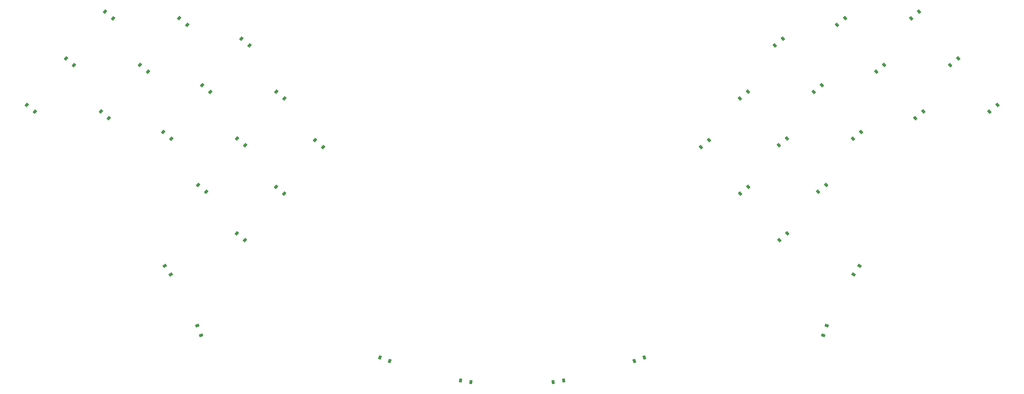
<source format=gbr>
%TF.GenerationSoftware,KiCad,Pcbnew,8.0.1*%
%TF.CreationDate,2024-05-19T15:34:10+09:00*%
%TF.ProjectId,pcb_plate,7063625f-706c-4617-9465-2e6b69636164,v1.0.0*%
%TF.SameCoordinates,Original*%
%TF.FileFunction,Paste,Bot*%
%TF.FilePolarity,Positive*%
%FSLAX46Y46*%
G04 Gerber Fmt 4.6, Leading zero omitted, Abs format (unit mm)*
G04 Created by KiCad (PCBNEW 8.0.1) date 2024-05-19 15:34:10*
%MOMM*%
%LPD*%
G01*
G04 APERTURE LIST*
G04 Aperture macros list*
%AMRotRect*
0 Rectangle, with rotation*
0 The origin of the aperture is its center*
0 $1 length*
0 $2 width*
0 $3 Rotation angle, in degrees counterclockwise*
0 Add horizontal line*
21,1,$1,$2,0,0,$3*%
G04 Aperture macros list end*
%ADD10RotRect,0.900000X1.200000X40.000000*%
%ADD11RotRect,0.900000X1.200000X320.000000*%
%ADD12RotRect,0.900000X1.200000X20.000000*%
%ADD13RotRect,0.900000X1.200000X305.000000*%
%ADD14RotRect,0.900000X1.200000X55.000000*%
%ADD15RotRect,0.900000X1.200000X350.000000*%
%ADD16RotRect,0.900000X1.200000X290.000000*%
%ADD17RotRect,0.900000X1.200000X10.000000*%
%ADD18RotRect,0.900000X1.200000X340.000000*%
%ADD19RotRect,0.900000X1.200000X70.000000*%
G04 APERTURE END LIST*
D10*
%TO.C,D32*%
X266256255Y-205831048D03*
X268784199Y-203709846D03*
%TD*%
D11*
%TO.C,D4*%
X53993038Y-165515218D03*
X56520986Y-167636422D03*
%TD*%
D10*
%TO.C,D25*%
X284320980Y-138450129D03*
X286848924Y-136328927D03*
%TD*%
D12*
%TO.C,D37*%
X220925692Y-243691725D03*
X224026676Y-242563061D03*
%TD*%
D11*
%TO.C,D2*%
X43073420Y-148892170D03*
X45601368Y-151013374D03*
%TD*%
D10*
%TO.C,D33*%
X254011157Y-191237905D03*
X256539101Y-189116703D03*
%TD*%
D11*
%TO.C,D15*%
X121038173Y-174523551D03*
X123566121Y-176644755D03*
%TD*%
%TO.C,D13*%
X96547964Y-203709846D03*
X99075912Y-205831050D03*
%TD*%
D10*
%TO.C,D27*%
X277074899Y-159451118D03*
X279602843Y-157329916D03*
%TD*%
%TO.C,D34*%
X241766052Y-176644750D03*
X244293996Y-174523548D03*
%TD*%
D13*
%TO.C,D16*%
X73993021Y-213845730D03*
X75885819Y-216548928D03*
%TD*%
D14*
%TO.C,D35*%
X289446352Y-216548938D03*
X291339150Y-213845734D03*
%TD*%
D11*
%TO.C,D8*%
X85729331Y-157329918D03*
X88257279Y-159451122D03*
%TD*%
%TO.C,D5*%
X66238140Y-150922072D03*
X68766088Y-153043276D03*
%TD*%
D10*
%TO.C,D29*%
X278400384Y-190667313D03*
X280928328Y-188546111D03*
%TD*%
%TO.C,D21*%
X319730803Y-151013373D03*
X322258747Y-148892171D03*
%TD*%
D15*
%TO.C,D19*%
X166548953Y-249725842D03*
X169798819Y-250298878D03*
%TD*%
D11*
%TO.C,D11*%
X96648940Y-173952967D03*
X99176888Y-176074171D03*
%TD*%
D10*
%TO.C,D20*%
X331975910Y-165606521D03*
X334503854Y-163485319D03*
%TD*%
D16*
%TO.C,D17*%
X84187711Y-232536709D03*
X85316375Y-235637693D03*
%TD*%
D10*
%TO.C,D23*%
X308811192Y-167636423D03*
X311339136Y-165515221D03*
%TD*%
%TO.C,D28*%
X264829797Y-144857969D03*
X267357741Y-142736767D03*
%TD*%
D11*
%TO.C,D7*%
X73484220Y-171923065D03*
X76012168Y-174044269D03*
%TD*%
%TO.C,D9*%
X97974434Y-142736770D03*
X100502382Y-144857974D03*
%TD*%
D10*
%TO.C,D26*%
X289319999Y-174044268D03*
X291847943Y-171923066D03*
%TD*%
D17*
%TO.C,D38*%
X195533347Y-250298878D03*
X198783211Y-249725842D03*
%TD*%
D11*
%TO.C,D3*%
X55318519Y-134299023D03*
X57846467Y-136420227D03*
%TD*%
D10*
%TO.C,D22*%
X307485696Y-136420229D03*
X310013640Y-134299027D03*
%TD*%
D11*
%TO.C,D10*%
X84403843Y-188546116D03*
X86931791Y-190667320D03*
%TD*%
D10*
%TO.C,D30*%
X266155282Y-176074168D03*
X268683226Y-173952966D03*
%TD*%
%TO.C,D24*%
X296566089Y-153043275D03*
X299094033Y-150922073D03*
%TD*%
D11*
%TO.C,D1*%
X30828319Y-163485316D03*
X33356267Y-165606520D03*
%TD*%
D18*
%TO.C,D18*%
X141305491Y-242563058D03*
X144406477Y-243691722D03*
%TD*%
D11*
%TO.C,D14*%
X108793068Y-189116701D03*
X111321016Y-191237905D03*
%TD*%
D19*
%TO.C,D36*%
X280015794Y-235637700D03*
X281144458Y-232536714D03*
%TD*%
D11*
%TO.C,D6*%
X78483248Y-136328921D03*
X81011196Y-138450125D03*
%TD*%
D10*
%TO.C,D31*%
X253910173Y-161481022D03*
X256438117Y-159359820D03*
%TD*%
D11*
%TO.C,D12*%
X108894043Y-159359819D03*
X111421991Y-161481023D03*
%TD*%
M02*

</source>
